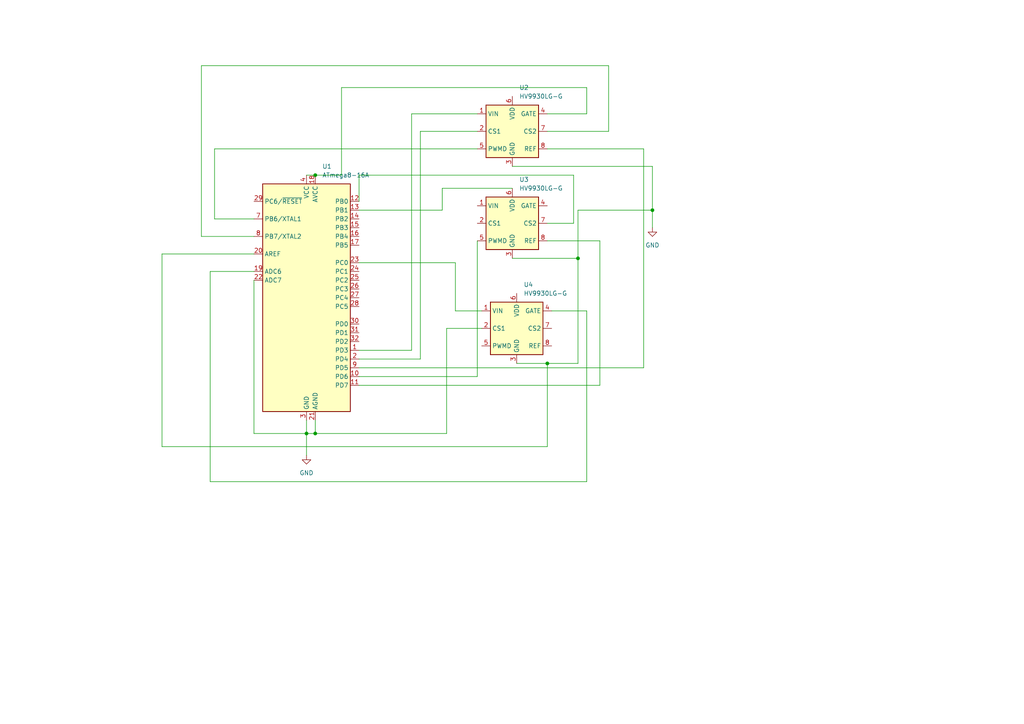
<source format=kicad_sch>
(kicad_sch (version 20211123) (generator eeschema)

  (uuid aefa47b0-6683-4566-bc70-f635621d493f)

  (paper "A4")

  (lib_symbols
    (symbol "Driver_LED:HV9930LG-G" (in_bom yes) (on_board yes)
      (property "Reference" "U" (id 0) (at -7.62 8.89 0)
        (effects (font (size 1.27 1.27)) (justify left))
      )
      (property "Value" "HV9930LG-G" (id 1) (at 1.27 8.89 0)
        (effects (font (size 1.27 1.27)) (justify left))
      )
      (property "Footprint" "Package_SO:SOIC-8_3.9x4.9mm_P1.27mm" (id 2) (at 0 0 0)
        (effects (font (size 1.27 1.27)) hide)
      )
      (property "Datasheet" "http://ww1.microchip.com/downloads/en/DeviceDoc/hv9930.pdf" (id 3) (at 0 0 0)
        (effects (font (size 1.27 1.27)) hide)
      )
      (property "ki_keywords" "Buck-Boost LED Lamp Driver High Voltage" (id 4) (at 0 0 0)
        (effects (font (size 1.27 1.27)) hide)
      )
      (property "ki_description" "Boost-Buck LED Lamp Driver, SO8" (id 5) (at 0 0 0)
        (effects (font (size 1.27 1.27)) hide)
      )
      (property "ki_fp_filters" "SOIC*3.9x4.9mm*P1.27mm*" (id 6) (at 0 0 0)
        (effects (font (size 1.27 1.27)) hide)
      )
      (symbol "HV9930LG-G_0_1"
        (rectangle (start -7.62 7.62) (end 7.62 -7.62)
          (stroke (width 0.254) (type default) (color 0 0 0 0))
          (fill (type background))
        )
      )
      (symbol "HV9930LG-G_1_1"
        (pin power_in line (at -10.16 5.08 0) (length 2.54)
          (name "VIN" (effects (font (size 1.27 1.27))))
          (number "1" (effects (font (size 1.27 1.27))))
        )
        (pin input line (at -10.16 0 0) (length 2.54)
          (name "CS1" (effects (font (size 1.27 1.27))))
          (number "2" (effects (font (size 1.27 1.27))))
        )
        (pin power_in line (at 0 -10.16 90) (length 2.54)
          (name "GND" (effects (font (size 1.27 1.27))))
          (number "3" (effects (font (size 1.27 1.27))))
        )
        (pin output line (at 10.16 5.08 180) (length 2.54)
          (name "GATE" (effects (font (size 1.27 1.27))))
          (number "4" (effects (font (size 1.27 1.27))))
        )
        (pin output line (at -10.16 -5.08 0) (length 2.54)
          (name "PWMD" (effects (font (size 1.27 1.27))))
          (number "5" (effects (font (size 1.27 1.27))))
        )
        (pin power_out line (at 0 10.16 270) (length 2.54)
          (name "VDD" (effects (font (size 1.27 1.27))))
          (number "6" (effects (font (size 1.27 1.27))))
        )
        (pin input line (at 10.16 0 180) (length 2.54)
          (name "CS2" (effects (font (size 1.27 1.27))))
          (number "7" (effects (font (size 1.27 1.27))))
        )
        (pin input line (at 10.16 -5.08 180) (length 2.54)
          (name "REF" (effects (font (size 1.27 1.27))))
          (number "8" (effects (font (size 1.27 1.27))))
        )
      )
    )
    (symbol "MCU_Microchip_ATmega:ATmega8-16A" (in_bom yes) (on_board yes)
      (property "Reference" "U" (id 0) (at -12.7 34.29 0)
        (effects (font (size 1.27 1.27)) (justify left bottom))
      )
      (property "Value" "ATmega8-16A" (id 1) (at 5.08 -34.29 0)
        (effects (font (size 1.27 1.27)) (justify left top))
      )
      (property "Footprint" "Package_QFP:TQFP-32_7x7mm_P0.8mm" (id 2) (at 0 0 0)
        (effects (font (size 1.27 1.27) italic) hide)
      )
      (property "Datasheet" "http://ww1.microchip.com/downloads/en/DeviceDoc/atmel-2486-8-bit-avr-microcontroller-atmega8_l_datasheet.pdf" (id 3) (at 0 0 0)
        (effects (font (size 1.27 1.27)) hide)
      )
      (property "ki_keywords" "AVR 8bit Microcontroller MegaAVR" (id 4) (at 0 0 0)
        (effects (font (size 1.27 1.27)) hide)
      )
      (property "ki_description" "16MHz, 8kB Flash, 1kB SRAM, 512B EEPROM, TQFP-32" (id 5) (at 0 0 0)
        (effects (font (size 1.27 1.27)) hide)
      )
      (property "ki_fp_filters" "TQFP*7x7mm*P0.8mm*" (id 6) (at 0 0 0)
        (effects (font (size 1.27 1.27)) hide)
      )
      (symbol "ATmega8-16A_0_1"
        (rectangle (start -12.7 -33.02) (end 12.7 33.02)
          (stroke (width 0.254) (type default) (color 0 0 0 0))
          (fill (type background))
        )
      )
      (symbol "ATmega8-16A_1_1"
        (pin bidirectional line (at 15.24 -15.24 180) (length 2.54)
          (name "PD3" (effects (font (size 1.27 1.27))))
          (number "1" (effects (font (size 1.27 1.27))))
        )
        (pin bidirectional line (at 15.24 -22.86 180) (length 2.54)
          (name "PD6" (effects (font (size 1.27 1.27))))
          (number "10" (effects (font (size 1.27 1.27))))
        )
        (pin bidirectional line (at 15.24 -25.4 180) (length 2.54)
          (name "PD7" (effects (font (size 1.27 1.27))))
          (number "11" (effects (font (size 1.27 1.27))))
        )
        (pin bidirectional line (at 15.24 27.94 180) (length 2.54)
          (name "PB0" (effects (font (size 1.27 1.27))))
          (number "12" (effects (font (size 1.27 1.27))))
        )
        (pin bidirectional line (at 15.24 25.4 180) (length 2.54)
          (name "PB1" (effects (font (size 1.27 1.27))))
          (number "13" (effects (font (size 1.27 1.27))))
        )
        (pin bidirectional line (at 15.24 22.86 180) (length 2.54)
          (name "PB2" (effects (font (size 1.27 1.27))))
          (number "14" (effects (font (size 1.27 1.27))))
        )
        (pin bidirectional line (at 15.24 20.32 180) (length 2.54)
          (name "PB3" (effects (font (size 1.27 1.27))))
          (number "15" (effects (font (size 1.27 1.27))))
        )
        (pin bidirectional line (at 15.24 17.78 180) (length 2.54)
          (name "PB4" (effects (font (size 1.27 1.27))))
          (number "16" (effects (font (size 1.27 1.27))))
        )
        (pin bidirectional line (at 15.24 15.24 180) (length 2.54)
          (name "PB5" (effects (font (size 1.27 1.27))))
          (number "17" (effects (font (size 1.27 1.27))))
        )
        (pin power_in line (at 2.54 35.56 270) (length 2.54)
          (name "AVCC" (effects (font (size 1.27 1.27))))
          (number "18" (effects (font (size 1.27 1.27))))
        )
        (pin input line (at -15.24 7.62 0) (length 2.54)
          (name "ADC6" (effects (font (size 1.27 1.27))))
          (number "19" (effects (font (size 1.27 1.27))))
        )
        (pin bidirectional line (at 15.24 -17.78 180) (length 2.54)
          (name "PD4" (effects (font (size 1.27 1.27))))
          (number "2" (effects (font (size 1.27 1.27))))
        )
        (pin passive line (at -15.24 12.7 0) (length 2.54)
          (name "AREF" (effects (font (size 1.27 1.27))))
          (number "20" (effects (font (size 1.27 1.27))))
        )
        (pin power_in line (at 2.54 -35.56 90) (length 2.54)
          (name "AGND" (effects (font (size 1.27 1.27))))
          (number "21" (effects (font (size 1.27 1.27))))
        )
        (pin input line (at -15.24 5.08 0) (length 2.54)
          (name "ADC7" (effects (font (size 1.27 1.27))))
          (number "22" (effects (font (size 1.27 1.27))))
        )
        (pin bidirectional line (at 15.24 10.16 180) (length 2.54)
          (name "PC0" (effects (font (size 1.27 1.27))))
          (number "23" (effects (font (size 1.27 1.27))))
        )
        (pin bidirectional line (at 15.24 7.62 180) (length 2.54)
          (name "PC1" (effects (font (size 1.27 1.27))))
          (number "24" (effects (font (size 1.27 1.27))))
        )
        (pin bidirectional line (at 15.24 5.08 180) (length 2.54)
          (name "PC2" (effects (font (size 1.27 1.27))))
          (number "25" (effects (font (size 1.27 1.27))))
        )
        (pin bidirectional line (at 15.24 2.54 180) (length 2.54)
          (name "PC3" (effects (font (size 1.27 1.27))))
          (number "26" (effects (font (size 1.27 1.27))))
        )
        (pin bidirectional line (at 15.24 0 180) (length 2.54)
          (name "PC4" (effects (font (size 1.27 1.27))))
          (number "27" (effects (font (size 1.27 1.27))))
        )
        (pin bidirectional line (at 15.24 -2.54 180) (length 2.54)
          (name "PC5" (effects (font (size 1.27 1.27))))
          (number "28" (effects (font (size 1.27 1.27))))
        )
        (pin bidirectional line (at -15.24 27.94 0) (length 2.54)
          (name "PC6/~{RESET}" (effects (font (size 1.27 1.27))))
          (number "29" (effects (font (size 1.27 1.27))))
        )
        (pin power_in line (at 0 -35.56 90) (length 2.54)
          (name "GND" (effects (font (size 1.27 1.27))))
          (number "3" (effects (font (size 1.27 1.27))))
        )
        (pin bidirectional line (at 15.24 -7.62 180) (length 2.54)
          (name "PD0" (effects (font (size 1.27 1.27))))
          (number "30" (effects (font (size 1.27 1.27))))
        )
        (pin bidirectional line (at 15.24 -10.16 180) (length 2.54)
          (name "PD1" (effects (font (size 1.27 1.27))))
          (number "31" (effects (font (size 1.27 1.27))))
        )
        (pin bidirectional line (at 15.24 -12.7 180) (length 2.54)
          (name "PD2" (effects (font (size 1.27 1.27))))
          (number "32" (effects (font (size 1.27 1.27))))
        )
        (pin power_in line (at 0 35.56 270) (length 2.54)
          (name "VCC" (effects (font (size 1.27 1.27))))
          (number "4" (effects (font (size 1.27 1.27))))
        )
        (pin passive line (at 0 -35.56 90) (length 2.54) hide
          (name "GND" (effects (font (size 1.27 1.27))))
          (number "5" (effects (font (size 1.27 1.27))))
        )
        (pin passive line (at 0 35.56 270) (length 2.54) hide
          (name "VCC" (effects (font (size 1.27 1.27))))
          (number "6" (effects (font (size 1.27 1.27))))
        )
        (pin bidirectional line (at -15.24 22.86 0) (length 2.54)
          (name "PB6/XTAL1" (effects (font (size 1.27 1.27))))
          (number "7" (effects (font (size 1.27 1.27))))
        )
        (pin bidirectional line (at -15.24 17.78 0) (length 2.54)
          (name "PB7/XTAL2" (effects (font (size 1.27 1.27))))
          (number "8" (effects (font (size 1.27 1.27))))
        )
        (pin bidirectional line (at 15.24 -20.32 180) (length 2.54)
          (name "PD5" (effects (font (size 1.27 1.27))))
          (number "9" (effects (font (size 1.27 1.27))))
        )
      )
    )
    (symbol "power:GND" (power) (pin_names (offset 0)) (in_bom yes) (on_board yes)
      (property "Reference" "#PWR" (id 0) (at 0 -6.35 0)
        (effects (font (size 1.27 1.27)) hide)
      )
      (property "Value" "GND" (id 1) (at 0 -3.81 0)
        (effects (font (size 1.27 1.27)))
      )
      (property "Footprint" "" (id 2) (at 0 0 0)
        (effects (font (size 1.27 1.27)) hide)
      )
      (property "Datasheet" "" (id 3) (at 0 0 0)
        (effects (font (size 1.27 1.27)) hide)
      )
      (property "ki_keywords" "power-flag" (id 4) (at 0 0 0)
        (effects (font (size 1.27 1.27)) hide)
      )
      (property "ki_description" "Power symbol creates a global label with name \"GND\" , ground" (id 5) (at 0 0 0)
        (effects (font (size 1.27 1.27)) hide)
      )
      (symbol "GND_0_1"
        (polyline
          (pts
            (xy 0 0)
            (xy 0 -1.27)
            (xy 1.27 -1.27)
            (xy 0 -2.54)
            (xy -1.27 -1.27)
            (xy 0 -1.27)
          )
          (stroke (width 0) (type default) (color 0 0 0 0))
          (fill (type none))
        )
      )
      (symbol "GND_1_1"
        (pin power_in line (at 0 0 270) (length 0) hide
          (name "GND" (effects (font (size 1.27 1.27))))
          (number "1" (effects (font (size 1.27 1.27))))
        )
      )
    )
  )

  (junction (at 88.9 125.73) (diameter 0) (color 0 0 0 0)
    (uuid 023ea4d3-bddf-4d59-93fd-60bff2782d94)
  )
  (junction (at 91.44 50.8) (diameter 0) (color 0 0 0 0)
    (uuid 8084477a-a64c-4751-ad91-e81e315d8012)
  )
  (junction (at 91.44 125.73) (diameter 0) (color 0 0 0 0)
    (uuid a902cd7d-0a45-4bf4-8229-77e73e836aa1)
  )
  (junction (at 158.75 105.41) (diameter 0) (color 0 0 0 0)
    (uuid a91db9cc-ebf0-4ef5-8bae-5c5d4a45d887)
  )
  (junction (at 167.64 74.93) (diameter 0) (color 0 0 0 0)
    (uuid aacf8355-7cd3-4154-8f67-9db626c2b6a9)
  )
  (junction (at 189.23 60.96) (diameter 0) (color 0 0 0 0)
    (uuid e49b5238-4be6-4ab9-a1c2-0956eb87102e)
  )

  (wire (pts (xy 73.66 68.58) (xy 58.42 68.58))
    (stroke (width 0) (type default) (color 0 0 0 0))
    (uuid 06446a49-bf04-470c-98fe-c93c7239269c)
  )
  (wire (pts (xy 167.64 74.93) (xy 167.64 105.41))
    (stroke (width 0) (type default) (color 0 0 0 0))
    (uuid 181dc8a7-358c-413c-ac97-e5c7ee564237)
  )
  (wire (pts (xy 173.99 111.76) (xy 173.99 69.85))
    (stroke (width 0) (type default) (color 0 0 0 0))
    (uuid 18486119-5e1f-4942-ae34-5a60f239d280)
  )
  (wire (pts (xy 138.43 109.22) (xy 104.14 109.22))
    (stroke (width 0) (type default) (color 0 0 0 0))
    (uuid 18b3a978-1a54-4bbb-a3bc-375bb5a89c73)
  )
  (wire (pts (xy 170.18 90.17) (xy 170.18 139.7))
    (stroke (width 0) (type default) (color 0 0 0 0))
    (uuid 19c743a5-d4c0-4d83-b1d7-92d4d2039b19)
  )
  (wire (pts (xy 60.96 78.74) (xy 73.66 78.74))
    (stroke (width 0) (type default) (color 0 0 0 0))
    (uuid 1c314470-c32a-448c-a1d7-0bb36f0c6177)
  )
  (wire (pts (xy 160.02 90.17) (xy 170.18 90.17))
    (stroke (width 0) (type default) (color 0 0 0 0))
    (uuid 1d0b7c65-fbeb-4a25-9161-4b7893b2d04b)
  )
  (wire (pts (xy 167.64 74.93) (xy 148.59 74.93))
    (stroke (width 0) (type default) (color 0 0 0 0))
    (uuid 1eeb0e8a-1888-419c-8690-b9b2df5b35de)
  )
  (wire (pts (xy 129.54 125.73) (xy 129.54 95.25))
    (stroke (width 0) (type default) (color 0 0 0 0))
    (uuid 1f19fdb6-e4d9-4086-ac87-2f3cf05de7ef)
  )
  (wire (pts (xy 73.66 125.73) (xy 88.9 125.73))
    (stroke (width 0) (type default) (color 0 0 0 0))
    (uuid 27eb2fb3-8c35-475a-b730-47010a4f7432)
  )
  (wire (pts (xy 121.92 104.14) (xy 104.14 104.14))
    (stroke (width 0) (type default) (color 0 0 0 0))
    (uuid 29736978-16c0-4de7-8773-67526baaf194)
  )
  (wire (pts (xy 104.14 60.96) (xy 128.27 60.96))
    (stroke (width 0) (type default) (color 0 0 0 0))
    (uuid 29d4b54f-4309-44c7-90cf-7966d552feb5)
  )
  (wire (pts (xy 119.38 33.02) (xy 138.43 33.02))
    (stroke (width 0) (type default) (color 0 0 0 0))
    (uuid 2df98ad1-c3a6-486e-aa38-f720b2fe998f)
  )
  (wire (pts (xy 138.43 43.18) (xy 62.23 43.18))
    (stroke (width 0) (type default) (color 0 0 0 0))
    (uuid 30cfb4a5-37ff-4e51-a740-a707edea6f01)
  )
  (wire (pts (xy 58.42 68.58) (xy 58.42 19.05))
    (stroke (width 0) (type default) (color 0 0 0 0))
    (uuid 30e99ca0-51d0-4ad9-96d7-1023f713f426)
  )
  (wire (pts (xy 138.43 38.1) (xy 121.92 38.1))
    (stroke (width 0) (type default) (color 0 0 0 0))
    (uuid 35d16079-a376-4525-a410-794f40af48f0)
  )
  (wire (pts (xy 173.99 69.85) (xy 158.75 69.85))
    (stroke (width 0) (type default) (color 0 0 0 0))
    (uuid 38d2e1b2-b892-49fa-a410-86c45b149638)
  )
  (wire (pts (xy 138.43 69.85) (xy 138.43 109.22))
    (stroke (width 0) (type default) (color 0 0 0 0))
    (uuid 43bf090f-5d46-4af2-920f-ee7c9fb3b851)
  )
  (wire (pts (xy 88.9 125.73) (xy 88.9 132.08))
    (stroke (width 0) (type default) (color 0 0 0 0))
    (uuid 44cd8884-7fb3-4335-98df-d7f509f87eff)
  )
  (wire (pts (xy 104.14 101.6) (xy 119.38 101.6))
    (stroke (width 0) (type default) (color 0 0 0 0))
    (uuid 46251fb2-3030-4554-86e3-d6e03cb5b8c7)
  )
  (wire (pts (xy 73.66 81.28) (xy 73.66 125.73))
    (stroke (width 0) (type default) (color 0 0 0 0))
    (uuid 48f288a3-65ea-4d73-ad23-b52401c17a3d)
  )
  (wire (pts (xy 158.75 105.41) (xy 167.64 105.41))
    (stroke (width 0) (type default) (color 0 0 0 0))
    (uuid 48f89075-380f-4af1-9690-85d9b501c2b1)
  )
  (wire (pts (xy 121.92 38.1) (xy 121.92 104.14))
    (stroke (width 0) (type default) (color 0 0 0 0))
    (uuid 4c464cc8-cc84-414e-8941-0150df2af6a7)
  )
  (wire (pts (xy 132.08 76.2) (xy 132.08 90.17))
    (stroke (width 0) (type default) (color 0 0 0 0))
    (uuid 4e0adc89-9f19-420a-82c1-8560a857caeb)
  )
  (wire (pts (xy 58.42 19.05) (xy 176.53 19.05))
    (stroke (width 0) (type default) (color 0 0 0 0))
    (uuid 5284fd6e-4d21-4c06-a6d2-7ba768b96228)
  )
  (wire (pts (xy 104.14 76.2) (xy 132.08 76.2))
    (stroke (width 0) (type default) (color 0 0 0 0))
    (uuid 54734f2d-2727-47cb-b64e-02501cc84314)
  )
  (wire (pts (xy 91.44 121.92) (xy 91.44 125.73))
    (stroke (width 0) (type default) (color 0 0 0 0))
    (uuid 593cc854-5890-413c-bbb1-dc6b5a805c76)
  )
  (wire (pts (xy 88.9 121.92) (xy 88.9 125.73))
    (stroke (width 0) (type default) (color 0 0 0 0))
    (uuid 5dad6303-ecba-44fb-aa33-ec67a569b8ad)
  )
  (wire (pts (xy 132.08 90.17) (xy 139.7 90.17))
    (stroke (width 0) (type default) (color 0 0 0 0))
    (uuid 5ebb84da-80e8-4728-af54-b716b762a394)
  )
  (wire (pts (xy 60.96 139.7) (xy 60.96 78.74))
    (stroke (width 0) (type default) (color 0 0 0 0))
    (uuid 6138eac6-15ce-4d2a-8927-20f49b0a01a7)
  )
  (wire (pts (xy 104.14 111.76) (xy 173.99 111.76))
    (stroke (width 0) (type default) (color 0 0 0 0))
    (uuid 6261c066-51eb-4a93-9f5f-9a2e4b657ee1)
  )
  (wire (pts (xy 46.99 73.66) (xy 73.66 73.66))
    (stroke (width 0) (type default) (color 0 0 0 0))
    (uuid 64ae5baa-a1df-41ad-ba2a-ef460858c0b6)
  )
  (wire (pts (xy 129.54 95.25) (xy 139.7 95.25))
    (stroke (width 0) (type default) (color 0 0 0 0))
    (uuid 678004e5-365f-46b9-9218-0e451fe21782)
  )
  (wire (pts (xy 189.23 60.96) (xy 189.23 66.04))
    (stroke (width 0) (type default) (color 0 0 0 0))
    (uuid 67a6c874-f64e-4606-8c58-c06b49acaa4f)
  )
  (wire (pts (xy 88.9 50.8) (xy 91.44 50.8))
    (stroke (width 0) (type default) (color 0 0 0 0))
    (uuid 6b6825e9-4637-407f-afa8-c055c9be96a1)
  )
  (wire (pts (xy 166.37 50.8) (xy 104.14 50.8))
    (stroke (width 0) (type default) (color 0 0 0 0))
    (uuid 6d92f6ac-94a3-44a7-854c-8cf5fb97192e)
  )
  (wire (pts (xy 46.99 73.66) (xy 46.99 129.54))
    (stroke (width 0) (type default) (color 0 0 0 0))
    (uuid 71112b9d-2ed0-448a-a513-a8fc99645c2c)
  )
  (wire (pts (xy 149.86 105.41) (xy 158.75 105.41))
    (stroke (width 0) (type default) (color 0 0 0 0))
    (uuid 76c34506-7386-41a6-ad32-37726b8869c8)
  )
  (wire (pts (xy 46.99 129.54) (xy 158.75 129.54))
    (stroke (width 0) (type default) (color 0 0 0 0))
    (uuid 7cc54bb4-fa3b-4755-9228-66113485a961)
  )
  (wire (pts (xy 170.18 33.02) (xy 158.75 33.02))
    (stroke (width 0) (type default) (color 0 0 0 0))
    (uuid 84920b28-88c3-476c-a541-6888d7e2df30)
  )
  (wire (pts (xy 128.27 60.96) (xy 128.27 54.61))
    (stroke (width 0) (type default) (color 0 0 0 0))
    (uuid 8567c2ca-eec7-4130-86e6-d3d57ca42743)
  )
  (wire (pts (xy 148.59 48.26) (xy 189.23 48.26))
    (stroke (width 0) (type default) (color 0 0 0 0))
    (uuid 8b31a5f8-d7d5-47a3-84f8-7706c6f7a5a2)
  )
  (wire (pts (xy 62.23 43.18) (xy 62.23 63.5))
    (stroke (width 0) (type default) (color 0 0 0 0))
    (uuid 92659318-910d-4bc1-8d4d-38fa695c9ef7)
  )
  (wire (pts (xy 99.06 50.8) (xy 99.06 25.4))
    (stroke (width 0) (type default) (color 0 0 0 0))
    (uuid 9826d944-8c59-473c-8748-b80ce2ca1e2c)
  )
  (wire (pts (xy 158.75 64.77) (xy 166.37 64.77))
    (stroke (width 0) (type default) (color 0 0 0 0))
    (uuid 9a18f0ed-2e28-495e-8c02-d241cebab556)
  )
  (wire (pts (xy 170.18 25.4) (xy 170.18 33.02))
    (stroke (width 0) (type default) (color 0 0 0 0))
    (uuid a22fad66-7d54-4d73-a698-b679fb2f8d2f)
  )
  (wire (pts (xy 91.44 50.8) (xy 99.06 50.8))
    (stroke (width 0) (type default) (color 0 0 0 0))
    (uuid ac26202e-8b8a-4e27-bf28-23b496583d05)
  )
  (wire (pts (xy 166.37 64.77) (xy 166.37 50.8))
    (stroke (width 0) (type default) (color 0 0 0 0))
    (uuid b5265c17-550f-4d97-ac77-b745ff680a41)
  )
  (wire (pts (xy 88.9 125.73) (xy 91.44 125.73))
    (stroke (width 0) (type default) (color 0 0 0 0))
    (uuid b5ad38ea-7ec5-4601-9db5-1481c27f4761)
  )
  (wire (pts (xy 158.75 43.18) (xy 186.69 43.18))
    (stroke (width 0) (type default) (color 0 0 0 0))
    (uuid b98db589-dc88-4747-8468-1f1b759492ca)
  )
  (wire (pts (xy 119.38 101.6) (xy 119.38 33.02))
    (stroke (width 0) (type default) (color 0 0 0 0))
    (uuid bfe4194f-1668-4dbe-9245-24803e6cafcc)
  )
  (wire (pts (xy 167.64 60.96) (xy 167.64 74.93))
    (stroke (width 0) (type default) (color 0 0 0 0))
    (uuid c23acec2-52ea-40b1-a771-30c32d5c362e)
  )
  (wire (pts (xy 158.75 129.54) (xy 158.75 105.41))
    (stroke (width 0) (type default) (color 0 0 0 0))
    (uuid c30eba28-f372-4e50-bce2-6329181865cd)
  )
  (wire (pts (xy 189.23 48.26) (xy 189.23 60.96))
    (stroke (width 0) (type default) (color 0 0 0 0))
    (uuid c6f3b7f0-a8eb-439e-accd-82aa1e6f9e8b)
  )
  (wire (pts (xy 104.14 50.8) (xy 104.14 58.42))
    (stroke (width 0) (type default) (color 0 0 0 0))
    (uuid cac38dbd-532b-40eb-ad53-09ce85805ca2)
  )
  (wire (pts (xy 186.69 106.68) (xy 104.14 106.68))
    (stroke (width 0) (type default) (color 0 0 0 0))
    (uuid cc5260ee-546f-4380-9059-d1f2c8babf18)
  )
  (wire (pts (xy 176.53 38.1) (xy 158.75 38.1))
    (stroke (width 0) (type default) (color 0 0 0 0))
    (uuid cd201849-7bf2-4931-b38f-03626ee15946)
  )
  (wire (pts (xy 60.96 139.7) (xy 170.18 139.7))
    (stroke (width 0) (type default) (color 0 0 0 0))
    (uuid d191924b-6ff4-4c02-99f7-6526a32440bc)
  )
  (wire (pts (xy 186.69 43.18) (xy 186.69 106.68))
    (stroke (width 0) (type default) (color 0 0 0 0))
    (uuid daabac27-5ab7-47ce-9c20-52a89d714e55)
  )
  (wire (pts (xy 176.53 19.05) (xy 176.53 38.1))
    (stroke (width 0) (type default) (color 0 0 0 0))
    (uuid de155813-3e78-4261-b8cd-01c6983239fd)
  )
  (wire (pts (xy 99.06 25.4) (xy 170.18 25.4))
    (stroke (width 0) (type default) (color 0 0 0 0))
    (uuid e1357b95-a6a0-4e50-88e4-a292fc3a4c7a)
  )
  (wire (pts (xy 91.44 125.73) (xy 129.54 125.73))
    (stroke (width 0) (type default) (color 0 0 0 0))
    (uuid e7e96e3a-9b5a-4fb5-8864-78100c21cb25)
  )
  (wire (pts (xy 62.23 63.5) (xy 73.66 63.5))
    (stroke (width 0) (type default) (color 0 0 0 0))
    (uuid ed39b14d-f1a8-4e80-b702-cfc557dabd03)
  )
  (wire (pts (xy 128.27 54.61) (xy 148.59 54.61))
    (stroke (width 0) (type default) (color 0 0 0 0))
    (uuid ee1aadc3-bb3d-4539-ba7a-6737e0c0819b)
  )
  (wire (pts (xy 189.23 60.96) (xy 167.64 60.96))
    (stroke (width 0) (type default) (color 0 0 0 0))
    (uuid f588aa51-5bd8-4f75-a1f3-56b41372bc72)
  )

  (symbol (lib_id "Driver_LED:HV9930LG-G") (at 148.59 64.77 0) (unit 1)
    (in_bom yes) (on_board yes) (fields_autoplaced)
    (uuid 129f6e65-2d2a-400a-b96d-69a813066a24)
    (property "Reference" "U3" (id 0) (at 150.6094 52.07 0)
      (effects (font (size 1.27 1.27)) (justify left))
    )
    (property "Value" "HV9930LG-G" (id 1) (at 150.6094 54.61 0)
      (effects (font (size 1.27 1.27)) (justify left))
    )
    (property "Footprint" "Package_SO:SOIC-8_3.9x4.9mm_P1.27mm" (id 2) (at 148.59 64.77 0)
      (effects (font (size 1.27 1.27)) hide)
    )
    (property "Datasheet" "http://ww1.microchip.com/downloads/en/DeviceDoc/hv9930.pdf" (id 3) (at 148.59 64.77 0)
      (effects (font (size 1.27 1.27)) hide)
    )
    (pin "1" (uuid 9f75b1f3-89e3-4f83-9a8d-0552b9747444))
    (pin "2" (uuid 8f35a620-3207-498f-a1c9-9a6dfad5f030))
    (pin "3" (uuid d5771d61-79ab-4ee7-81ab-85318a64a0ae))
    (pin "4" (uuid d55c7a76-f39e-4bc4-9447-d5cc91a743ff))
    (pin "5" (uuid f15679ac-d14a-4fdf-bb1b-805e284b43a5))
    (pin "6" (uuid 9a767ba5-d36b-4f0e-82b2-e9d10b434c77))
    (pin "7" (uuid 750dddde-ca18-4d62-a788-bb4a8dcd4e87))
    (pin "8" (uuid 7577dd24-a639-452d-ac2d-946cec55fd35))
  )

  (symbol (lib_id "MCU_Microchip_ATmega:ATmega8-16A") (at 88.9 86.36 0) (unit 1)
    (in_bom yes) (on_board yes) (fields_autoplaced)
    (uuid 27e89f5f-1a24-4570-b1c4-6f756c0c37d3)
    (property "Reference" "U1" (id 0) (at 93.4594 48.26 0)
      (effects (font (size 1.27 1.27)) (justify left))
    )
    (property "Value" "ATmega8-16A" (id 1) (at 93.4594 50.8 0)
      (effects (font (size 1.27 1.27)) (justify left))
    )
    (property "Footprint" "Package_QFP:TQFP-32_7x7mm_P0.8mm" (id 2) (at 88.9 86.36 0)
      (effects (font (size 1.27 1.27) italic) hide)
    )
    (property "Datasheet" "http://ww1.microchip.com/downloads/en/DeviceDoc/atmel-2486-8-bit-avr-microcontroller-atmega8_l_datasheet.pdf" (id 3) (at 88.9 86.36 0)
      (effects (font (size 1.27 1.27)) hide)
    )
    (pin "1" (uuid 9a1f4b73-e57a-41ab-8f73-edd35bde0955))
    (pin "10" (uuid 82123d79-6f00-451b-b4b6-6bae9552d714))
    (pin "11" (uuid f82d0f7e-7f08-42c9-950d-0fc03804a4d9))
    (pin "12" (uuid dbd7e2d6-2a37-47cb-99b0-a308653e7879))
    (pin "13" (uuid 9b95d1f6-3438-4ba9-850c-9df44f0ac965))
    (pin "14" (uuid 05865143-fb75-4c9b-9370-87552f693f4b))
    (pin "15" (uuid e9794d69-f606-4534-a900-64bce2a91a4a))
    (pin "16" (uuid a8bf2656-60e0-4ba2-a95e-28abdea5b5d5))
    (pin "17" (uuid 4e00ab7f-94ed-48a6-b060-ea6a44608e72))
    (pin "18" (uuid 0fd9666a-7cd8-4a04-8660-f98f361ef06b))
    (pin "19" (uuid 1c7bebc8-2228-47f3-ac0e-c8b019feeaae))
    (pin "2" (uuid be97aeda-2921-4d31-9ca9-62e9ec786661))
    (pin "20" (uuid cdfda4c1-f66b-4194-be3a-444d8a7d42d8))
    (pin "21" (uuid bdd768ce-22fa-4878-bfd7-2b83172b9fae))
    (pin "22" (uuid 2c3ba40b-21f6-4978-ba0b-f9e96ece39f6))
    (pin "23" (uuid 4dda416d-09e3-4afe-96f7-268a505741e6))
    (pin "24" (uuid b8f8dc64-3b0b-4b99-9f7f-8df74a1abf8e))
    (pin "25" (uuid c777eecf-f27f-49f6-bc93-547847dae809))
    (pin "26" (uuid 417f6a47-b92b-4a0b-b1dc-a889a222c4be))
    (pin "27" (uuid b2143f10-7d70-412e-89b6-555def72fd4b))
    (pin "28" (uuid c8410dab-5016-49a6-96dd-4a5beb891afa))
    (pin "29" (uuid 59ae76d6-69ee-4fbf-8d64-752e14c33431))
    (pin "3" (uuid a1c625be-ba68-4693-9710-a369da58975f))
    (pin "30" (uuid 822c9543-0469-433f-8bcf-d4c7d80f2cb6))
    (pin "31" (uuid 6280fbda-a06e-4bac-93a7-59b7b1446dc0))
    (pin "32" (uuid 9e11cd14-3930-4cd5-afe1-fd1e9fdc1c9a))
    (pin "4" (uuid cdd925b5-b20f-46da-8cda-ccface66a9d3))
    (pin "5" (uuid eb6f1372-33ef-43ce-8c06-a0dbd1accce8))
    (pin "6" (uuid 3457afdc-2133-4442-9a89-52e983f07684))
    (pin "7" (uuid 1afd4ef0-ba8f-4755-a438-0c972a620a4f))
    (pin "8" (uuid b2fac320-5898-4da3-8da5-041a3b6b60e6))
    (pin "9" (uuid 135e8bf9-4432-4a21-88fd-29013ee043ab))
  )

  (symbol (lib_id "Driver_LED:HV9930LG-G") (at 148.59 38.1 0) (unit 1)
    (in_bom yes) (on_board yes) (fields_autoplaced)
    (uuid 31f71c70-116b-4bf1-9979-08dc6c4488b2)
    (property "Reference" "U2" (id 0) (at 150.6094 25.4 0)
      (effects (font (size 1.27 1.27)) (justify left))
    )
    (property "Value" "HV9930LG-G" (id 1) (at 150.6094 27.94 0)
      (effects (font (size 1.27 1.27)) (justify left))
    )
    (property "Footprint" "Package_SO:SOIC-8_3.9x4.9mm_P1.27mm" (id 2) (at 148.59 38.1 0)
      (effects (font (size 1.27 1.27)) hide)
    )
    (property "Datasheet" "http://ww1.microchip.com/downloads/en/DeviceDoc/hv9930.pdf" (id 3) (at 148.59 38.1 0)
      (effects (font (size 1.27 1.27)) hide)
    )
    (pin "1" (uuid 2f95248b-48a8-40b8-8233-2cc0202fa2e5))
    (pin "2" (uuid ca946e9b-8853-4e87-ae38-3cbaf2f3b922))
    (pin "3" (uuid 8d56a7de-30be-4dc1-a906-1dabcdbb0d59))
    (pin "4" (uuid e712b3fa-a0b0-4729-8cd1-9b8bd66b54ad))
    (pin "5" (uuid 60953449-0b4a-479e-a9bf-5944d2b1fc84))
    (pin "6" (uuid e32d6e0e-7c23-469e-9b93-6933acaac2e3))
    (pin "7" (uuid 0942e42d-abef-46f7-9fd7-928ec9501719))
    (pin "8" (uuid 119495b1-f7be-4cf3-bf34-994006c3b22b))
  )

  (symbol (lib_id "Driver_LED:HV9930LG-G") (at 149.86 95.25 0) (unit 1)
    (in_bom yes) (on_board yes) (fields_autoplaced)
    (uuid 519ed794-3e73-4391-8e5f-ff413251cb86)
    (property "Reference" "U4" (id 0) (at 151.8794 82.55 0)
      (effects (font (size 1.27 1.27)) (justify left))
    )
    (property "Value" "HV9930LG-G" (id 1) (at 151.8794 85.09 0)
      (effects (font (size 1.27 1.27)) (justify left))
    )
    (property "Footprint" "Package_SO:SOIC-8_3.9x4.9mm_P1.27mm" (id 2) (at 149.86 95.25 0)
      (effects (font (size 1.27 1.27)) hide)
    )
    (property "Datasheet" "http://ww1.microchip.com/downloads/en/DeviceDoc/hv9930.pdf" (id 3) (at 149.86 95.25 0)
      (effects (font (size 1.27 1.27)) hide)
    )
    (pin "1" (uuid b620e55e-9c69-49e7-9575-97ac001f1fba))
    (pin "2" (uuid bf9624a1-3727-4650-b40e-7388e01b3ddb))
    (pin "3" (uuid 5acca0d6-d2ab-4368-ac72-0ee6e2048e20))
    (pin "4" (uuid f62d91ef-47a8-4214-9949-b56edd3414d3))
    (pin "5" (uuid 384b1b72-ca0b-47ed-b00c-533014b2da7c))
    (pin "6" (uuid d6ef4b94-b9b6-4e6f-b281-c2a4170b3cf8))
    (pin "7" (uuid 6476336e-9f01-4bc2-90cb-05cfd89684a1))
    (pin "8" (uuid b2905c8f-a28e-4de0-a946-69b5f702ffbe))
  )

  (symbol (lib_id "power:GND") (at 189.23 66.04 0) (unit 1)
    (in_bom yes) (on_board yes) (fields_autoplaced)
    (uuid c51dc2e5-9273-4800-82fd-ddce99841165)
    (property "Reference" "#PWR0101" (id 0) (at 189.23 72.39 0)
      (effects (font (size 1.27 1.27)) hide)
    )
    (property "Value" "GND" (id 1) (at 189.23 71.12 0))
    (property "Footprint" "" (id 2) (at 189.23 66.04 0)
      (effects (font (size 1.27 1.27)) hide)
    )
    (property "Datasheet" "" (id 3) (at 189.23 66.04 0)
      (effects (font (size 1.27 1.27)) hide)
    )
    (pin "1" (uuid cc10f181-08d9-4913-9f8b-c6fe387beb3c))
  )

  (symbol (lib_id "power:GND") (at 88.9 132.08 0) (unit 1)
    (in_bom yes) (on_board yes) (fields_autoplaced)
    (uuid e62a0396-5d2e-4dee-bdbb-0d6e415cdd0d)
    (property "Reference" "#PWR0102" (id 0) (at 88.9 138.43 0)
      (effects (font (size 1.27 1.27)) hide)
    )
    (property "Value" "GND" (id 1) (at 88.9 137.16 0))
    (property "Footprint" "" (id 2) (at 88.9 132.08 0)
      (effects (font (size 1.27 1.27)) hide)
    )
    (property "Datasheet" "" (id 3) (at 88.9 132.08 0)
      (effects (font (size 1.27 1.27)) hide)
    )
    (pin "1" (uuid 9158d594-ae0e-4149-89f0-49be1c2f18ee))
  )

  (sheet_instances
    (path "/" (page "1"))
  )

  (symbol_instances
    (path "/c51dc2e5-9273-4800-82fd-ddce99841165"
      (reference "#PWR0101") (unit 1) (value "GND") (footprint "")
    )
    (path "/e62a0396-5d2e-4dee-bdbb-0d6e415cdd0d"
      (reference "#PWR0102") (unit 1) (value "GND") (footprint "")
    )
    (path "/27e89f5f-1a24-4570-b1c4-6f756c0c37d3"
      (reference "U1") (unit 1) (value "ATmega8-16A") (footprint "Package_QFP:TQFP-32_7x7mm_P0.8mm")
    )
    (path "/31f71c70-116b-4bf1-9979-08dc6c4488b2"
      (reference "U2") (unit 1) (value "HV9930LG-G") (footprint "Package_SO:SOIC-8_3.9x4.9mm_P1.27mm")
    )
    (path "/129f6e65-2d2a-400a-b96d-69a813066a24"
      (reference "U3") (unit 1) (value "HV9930LG-G") (footprint "Package_SO:SOIC-8_3.9x4.9mm_P1.27mm")
    )
    (path "/519ed794-3e73-4391-8e5f-ff413251cb86"
      (reference "U4") (unit 1) (value "HV9930LG-G") (footprint "Package_SO:SOIC-8_3.9x4.9mm_P1.27mm")
    )
  )
)

</source>
